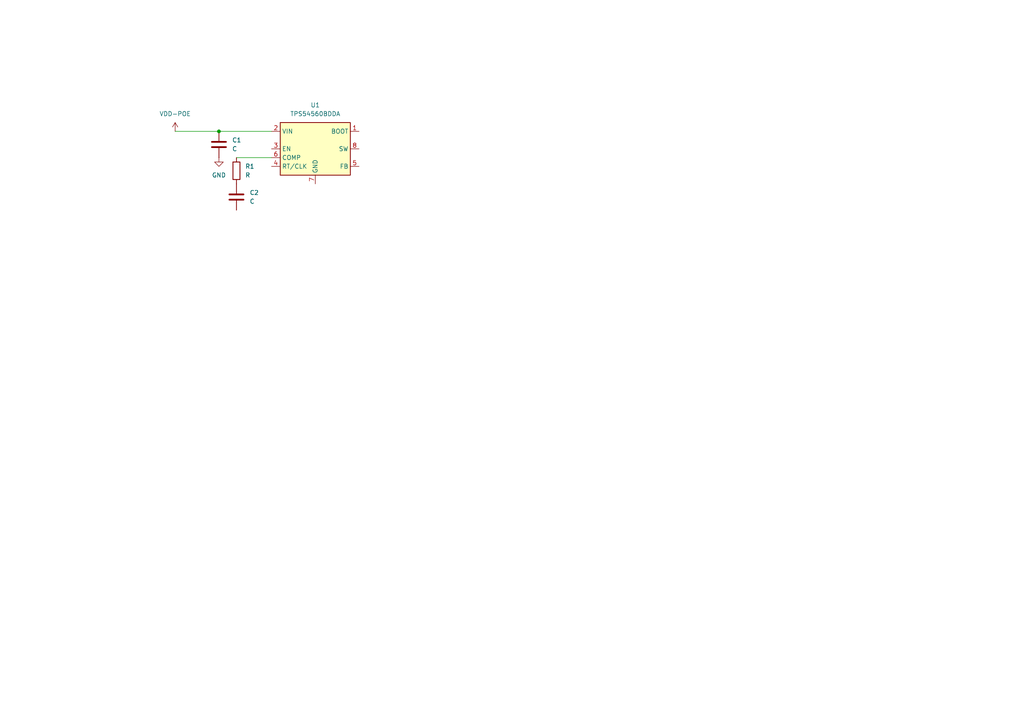
<source format=kicad_sch>
(kicad_sch (version 20250114) (generator "eeschema") (generator_version "9.0")
  (paper "A4")
  (lib_symbols
    (symbol "Device:C" (pin_numbers (hide yes)) (pin_names (offset 0.254))
      (property "Reference" "C" (at 0.635 2.54 0))
      (property "Value" "C" (at 0.635 -2.54 0))
      (symbol "C_0_1"
        (polyline (pts (xy -2.032 0.762) (xy 2.032 0.762)) (stroke (width 0.508)))
        (polyline (pts (xy -2.032 -0.762) (xy 2.032 -0.762)) (stroke (width 0.508)))
      )
      (symbol "C_1_1"
        (pin passive line (at 0 3.81 270) (length 2.794) (name "~") (number "1"))
        (pin passive line (at 0 -3.81 90) (length 2.794) (name "~") (number "2"))
      )
    )
    (symbol "Device:R" (pin_numbers (hide yes)) (pin_names (offset 0))
      (property "Reference" "R" (at 2.032 0 90))
      (property "Value" "R" (at 0 0 90))
      (symbol "R_0_1"
        (rectangle (start -1.016 -2.54) (end 1.016 2.54) (stroke (width 0.254)))
      )
      (symbol "R_1_1"
        (pin passive line (at 0 3.81 270) (length 1.27) (name "~") (number "1"))
        (pin passive line (at 0 -3.81 90) (length 1.27) (name "~") (number "2"))
      )
    )
    (symbol "Regulator_Switching:TPS54560BDDA"
      (property "Reference" "U" (at -6.35 8.89 0))
      (property "Value" "TPS54560BDDA" (at 10.16 8.89 0))
      (symbol "TPS54560BDDA_0_1"
        (rectangle (start -10.16 7.62) (end 10.16 -7.62) (stroke (width 0.254)) (fill (type background)))
      )
      (symbol "TPS54560BDDA_1_1"
        (pin power_in line (at -12.7 5.08 0) (length 2.54) (name "VIN") (number "2"))
        (pin input line (at -12.7 0 0) (length 2.54) (name "EN") (number "3"))
        (pin output line (at -12.7 -2.54 0) (length 2.54) (name "COMP") (number "6"))
        (pin passive line (at -12.7 -5.08 0) (length 2.54) (name "RT/CLK") (number "4"))
        (pin power_in line (at 0 -10.16 90) (length 2.54) (name "GND") (number "7"))
        (pin passive line (at 0 -10.16 90) (length 2.54) (hide yes) (name "GND") (number "9"))
        (pin passive line (at 12.7 5.08 180) (length 2.54) (name "BOOT") (number "1"))
        (pin power_out line (at 12.7 0 180) (length 2.54) (name "SW") (number "8"))
        (pin input line (at 12.7 -5.08 180) (length 2.54) (name "FB") (number "5"))
      )
    )
    (symbol "power:GND" (power) (pin_numbers (hide yes)) (pin_names (offset 0) (hide yes))
      (property "Value" "GND" (at 0 -3.81 0))
      (symbol "GND_0_1"
        (polyline (pts (xy 0 0) (xy 0 -1.27) (xy 1.27 -1.27) (xy 0 -2.54) (xy -1.27 -1.27) (xy 0 -1.27)))
      )
      (symbol "GND_1_1"
        (pin power_in line (at 0 0 270) (length 0) (name "~") (number "1"))
      )
    )
    (symbol "power:VDD" (power) (pin_numbers (hide yes)) (pin_names (offset 0) (hide yes))
      (property "Value" "VDD" (at 0 3.556 0))
      (symbol "VDD_0_1"
        (polyline (pts (xy -0.762 1.27) (xy 0 2.54)))
        (polyline (pts (xy 0 2.54) (xy 0.762 1.27)))
        (polyline (pts (xy 0 0) (xy 0 2.54)))
      )
      (symbol "VDD_1_1"
        (pin power_in line (at 0 0 90) (length 0) (name "~") (number "1"))
      )
    )
  )
  (junction (at 63.5 38.1))
  (wire (pts (xy 50.8 38.1) (xy 63.5 38.1)))
  (wire (pts (xy 68.58 45.72) (xy 78.74 45.72)))
  (wire (pts (xy 63.5 38.1) (xy 78.74 38.1)))
  (symbol (lib_id "Device:R") (at 68.58 49.53 0) (unit 1)
    (property "Reference" "R1" (at 71.12 48.2599 0) (effects (justify left)))
    (property "Value" "R" (at 71.12 50.7999 0) (effects (justify left)))
    (property "Description" "Resistor" (effects (hide yes)))
  )
  (symbol (lib_id "Regulator_Switching:TPS54560BDDA") (at 91.44 43.18 0) (unit 1)
    (property "Reference" "U1" (at 91.44 30.48 0))
    (property "Value" "TPS54560BDDA" (at 91.44 33.02 0))
    (property "Footprint" "Package_SO:Texas_R-PDSO-G8_EP2.95x4.9mm_Mask2.4x3.1mm_ThermalVias" (effects (hide yes)))
    (property "Datasheet" "https://www.ti.com/lit/ds/symlink/tps54560b.pdf" (effects (hide yes)))
    (property "Description" "5A, Step Down DC-DC Converter, 4.5-60V Input Voltage, Texas R-PDSO-G8" (effects (hide yes)))
  )
  (symbol (lib_id "Device:C") (at 68.58 57.15 0) (unit 1)
    (property "Reference" "C2" (at 72.39 55.8799 0) (effects (justify left)))
    (property "Value" "C" (at 72.39 58.4199 0) (effects (justify left)))
    (property "Description" "Unpolarized capacitor" (effects (hide yes)))
  )
  (symbol (lib_id "power:GND") (at 63.5 45.72 0) (unit 1)
    (property "Reference" "#PWR04" (effects (hide yes)))
    (property "Value" "GND" (at 63.5 50.8 0))
    (property "Description" "Power symbol creates a global label with name \"GND\" , ground" (effects (hide yes)))
  )
  (symbol (lib_id "power:VDD") (at 50.8 38.1 0) (unit 1)
    (property "Reference" "#PWR03" (effects (hide yes)))
    (property "Value" "VDD-POE" (at 50.8 33.02 0))
    (property "Description" "Power symbol creates a global label with name \"VDD\"" (effects (hide yes)))
  )
  (symbol (lib_id "Device:C") (at 63.5 41.91 0) (unit 1)
    (property "Reference" "C1" (at 67.31 40.6399 0) (effects (justify left)))
    (property "Value" "C" (at 67.31 43.1799 0) (effects (justify left)))
    (property "Description" "Unpolarized capacitor" (effects (hide yes)))
  )
)
</source>
